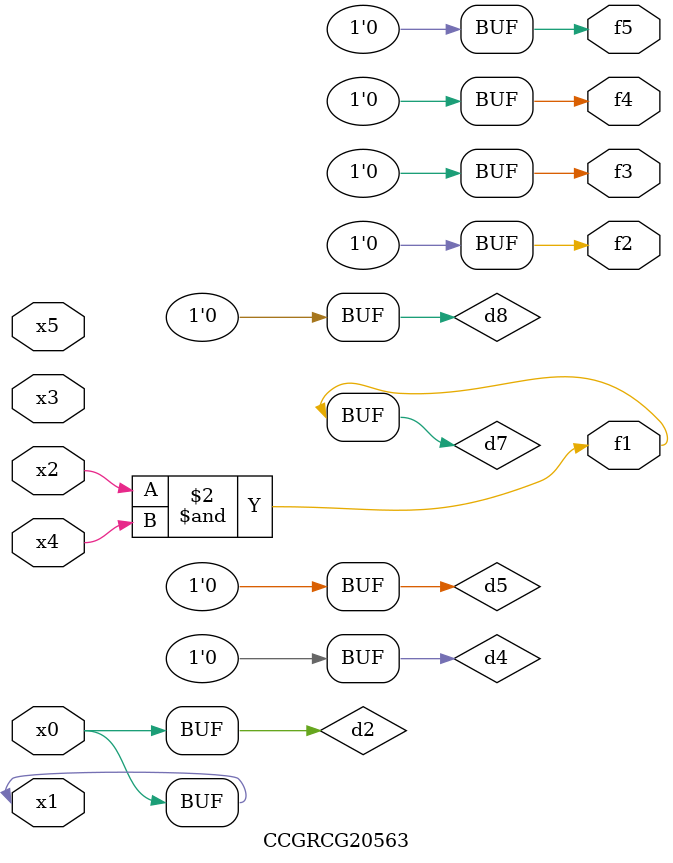
<source format=v>
module CCGRCG20563(
	input x0, x1, x2, x3, x4, x5,
	output f1, f2, f3, f4, f5
);

	wire d1, d2, d3, d4, d5, d6, d7, d8, d9;

	nand (d1, x1);
	buf (d2, x0, x1);
	nand (d3, x2, x4);
	and (d4, d1, d2);
	and (d5, d1, d2);
	nand (d6, d1, d3);
	not (d7, d3);
	xor (d8, d5);
	nor (d9, d5, d6);
	assign f1 = d7;
	assign f2 = d8;
	assign f3 = d8;
	assign f4 = d8;
	assign f5 = d8;
endmodule

</source>
